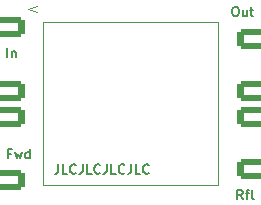
<source format=gto>
G04 #@! TF.GenerationSoftware,KiCad,Pcbnew,8.0.2-8.0.2-0~ubuntu22.04.1*
G04 #@! TF.CreationDate,2024-05-05T21:32:56+03:00*
G04 #@! TF.ProjectId,Directional_Coupler,44697265-6374-4696-9f6e-616c5f436f75,A0*
G04 #@! TF.SameCoordinates,Original*
G04 #@! TF.FileFunction,Legend,Top*
G04 #@! TF.FilePolarity,Positive*
%FSLAX46Y46*%
G04 Gerber Fmt 4.6, Leading zero omitted, Abs format (unit mm)*
G04 Created by KiCad (PCBNEW 8.0.2-8.0.2-0~ubuntu22.04.1) date 2024-05-05 21:32:56*
%MOMM*%
%LPD*%
G01*
G04 APERTURE LIST*
G04 Aperture macros list*
%AMRoundRect*
0 Rectangle with rounded corners*
0 $1 Rounding radius*
0 $2 $3 $4 $5 $6 $7 $8 $9 X,Y pos of 4 corners*
0 Add a 4 corners polygon primitive as box body*
4,1,4,$2,$3,$4,$5,$6,$7,$8,$9,$2,$3,0*
0 Add four circle primitives for the rounded corners*
1,1,$1+$1,$2,$3*
1,1,$1+$1,$4,$5*
1,1,$1+$1,$6,$7*
1,1,$1+$1,$8,$9*
0 Add four rect primitives between the rounded corners*
20,1,$1+$1,$2,$3,$4,$5,0*
20,1,$1+$1,$4,$5,$6,$7,0*
20,1,$1+$1,$6,$7,$8,$9,0*
20,1,$1+$1,$8,$9,$2,$3,0*%
G04 Aperture macros list end*
%ADD10C,0.150000*%
%ADD11C,0.100000*%
%ADD12C,0.120000*%
%ADD13RoundRect,0.274194X-1.725806X-0.575806X1.725806X-0.575806X1.725806X0.575806X-1.725806X0.575806X0*%
%ADD14C,0.450000*%
G04 APERTURE END LIST*
D10*
X108496303Y-57594295D02*
X108229636Y-57213342D01*
X108039160Y-57594295D02*
X108039160Y-56794295D01*
X108039160Y-56794295D02*
X108343922Y-56794295D01*
X108343922Y-56794295D02*
X108420112Y-56832390D01*
X108420112Y-56832390D02*
X108458207Y-56870485D01*
X108458207Y-56870485D02*
X108496303Y-56946676D01*
X108496303Y-56946676D02*
X108496303Y-57060961D01*
X108496303Y-57060961D02*
X108458207Y-57137152D01*
X108458207Y-57137152D02*
X108420112Y-57175247D01*
X108420112Y-57175247D02*
X108343922Y-57213342D01*
X108343922Y-57213342D02*
X108039160Y-57213342D01*
X108724874Y-57060961D02*
X109029636Y-57060961D01*
X108839160Y-57594295D02*
X108839160Y-56908580D01*
X108839160Y-56908580D02*
X108877255Y-56832390D01*
X108877255Y-56832390D02*
X108953445Y-56794295D01*
X108953445Y-56794295D02*
X109029636Y-56794295D01*
X109410588Y-57594295D02*
X109334398Y-57556200D01*
X109334398Y-57556200D02*
X109296303Y-57480009D01*
X109296303Y-57480009D02*
X109296303Y-56794295D01*
X88855826Y-53725247D02*
X88589160Y-53725247D01*
X88589160Y-54144295D02*
X88589160Y-53344295D01*
X88589160Y-53344295D02*
X88970112Y-53344295D01*
X89198683Y-53610961D02*
X89351064Y-54144295D01*
X89351064Y-54144295D02*
X89503445Y-53763342D01*
X89503445Y-53763342D02*
X89655826Y-54144295D01*
X89655826Y-54144295D02*
X89808207Y-53610961D01*
X90455826Y-54144295D02*
X90455826Y-53344295D01*
X90455826Y-54106200D02*
X90379635Y-54144295D01*
X90379635Y-54144295D02*
X90227254Y-54144295D01*
X90227254Y-54144295D02*
X90151064Y-54106200D01*
X90151064Y-54106200D02*
X90112969Y-54068104D01*
X90112969Y-54068104D02*
X90074873Y-53991914D01*
X90074873Y-53991914D02*
X90074873Y-53763342D01*
X90074873Y-53763342D02*
X90112969Y-53687152D01*
X90112969Y-53687152D02*
X90151064Y-53649057D01*
X90151064Y-53649057D02*
X90227254Y-53610961D01*
X90227254Y-53610961D02*
X90379635Y-53610961D01*
X90379635Y-53610961D02*
X90455826Y-53649057D01*
X107791541Y-41294295D02*
X107943922Y-41294295D01*
X107943922Y-41294295D02*
X108020112Y-41332390D01*
X108020112Y-41332390D02*
X108096303Y-41408580D01*
X108096303Y-41408580D02*
X108134398Y-41560961D01*
X108134398Y-41560961D02*
X108134398Y-41827628D01*
X108134398Y-41827628D02*
X108096303Y-41980009D01*
X108096303Y-41980009D02*
X108020112Y-42056200D01*
X108020112Y-42056200D02*
X107943922Y-42094295D01*
X107943922Y-42094295D02*
X107791541Y-42094295D01*
X107791541Y-42094295D02*
X107715350Y-42056200D01*
X107715350Y-42056200D02*
X107639160Y-41980009D01*
X107639160Y-41980009D02*
X107601064Y-41827628D01*
X107601064Y-41827628D02*
X107601064Y-41560961D01*
X107601064Y-41560961D02*
X107639160Y-41408580D01*
X107639160Y-41408580D02*
X107715350Y-41332390D01*
X107715350Y-41332390D02*
X107791541Y-41294295D01*
X108820112Y-41560961D02*
X108820112Y-42094295D01*
X108477255Y-41560961D02*
X108477255Y-41980009D01*
X108477255Y-41980009D02*
X108515350Y-42056200D01*
X108515350Y-42056200D02*
X108591540Y-42094295D01*
X108591540Y-42094295D02*
X108705826Y-42094295D01*
X108705826Y-42094295D02*
X108782017Y-42056200D01*
X108782017Y-42056200D02*
X108820112Y-42018104D01*
X109086779Y-41560961D02*
X109391541Y-41560961D01*
X109201065Y-41294295D02*
X109201065Y-41980009D01*
X109201065Y-41980009D02*
X109239160Y-42056200D01*
X109239160Y-42056200D02*
X109315350Y-42094295D01*
X109315350Y-42094295D02*
X109391541Y-42094295D01*
X88539160Y-45594295D02*
X88539160Y-44794295D01*
X88920112Y-45060961D02*
X88920112Y-45594295D01*
X88920112Y-45137152D02*
X88958207Y-45099057D01*
X88958207Y-45099057D02*
X89034397Y-45060961D01*
X89034397Y-45060961D02*
X89148683Y-45060961D01*
X89148683Y-45060961D02*
X89224874Y-45099057D01*
X89224874Y-45099057D02*
X89262969Y-45175247D01*
X89262969Y-45175247D02*
X89262969Y-45594295D01*
X92867731Y-54644295D02*
X92867731Y-55215723D01*
X92867731Y-55215723D02*
X92829636Y-55330009D01*
X92829636Y-55330009D02*
X92753445Y-55406200D01*
X92753445Y-55406200D02*
X92639160Y-55444295D01*
X92639160Y-55444295D02*
X92562969Y-55444295D01*
X93629636Y-55444295D02*
X93248684Y-55444295D01*
X93248684Y-55444295D02*
X93248684Y-54644295D01*
X94353446Y-55368104D02*
X94315350Y-55406200D01*
X94315350Y-55406200D02*
X94201065Y-55444295D01*
X94201065Y-55444295D02*
X94124874Y-55444295D01*
X94124874Y-55444295D02*
X94010588Y-55406200D01*
X94010588Y-55406200D02*
X93934398Y-55330009D01*
X93934398Y-55330009D02*
X93896303Y-55253819D01*
X93896303Y-55253819D02*
X93858207Y-55101438D01*
X93858207Y-55101438D02*
X93858207Y-54987152D01*
X93858207Y-54987152D02*
X93896303Y-54834771D01*
X93896303Y-54834771D02*
X93934398Y-54758580D01*
X93934398Y-54758580D02*
X94010588Y-54682390D01*
X94010588Y-54682390D02*
X94124874Y-54644295D01*
X94124874Y-54644295D02*
X94201065Y-54644295D01*
X94201065Y-54644295D02*
X94315350Y-54682390D01*
X94315350Y-54682390D02*
X94353446Y-54720485D01*
X94924874Y-54644295D02*
X94924874Y-55215723D01*
X94924874Y-55215723D02*
X94886779Y-55330009D01*
X94886779Y-55330009D02*
X94810588Y-55406200D01*
X94810588Y-55406200D02*
X94696303Y-55444295D01*
X94696303Y-55444295D02*
X94620112Y-55444295D01*
X95686779Y-55444295D02*
X95305827Y-55444295D01*
X95305827Y-55444295D02*
X95305827Y-54644295D01*
X96410589Y-55368104D02*
X96372493Y-55406200D01*
X96372493Y-55406200D02*
X96258208Y-55444295D01*
X96258208Y-55444295D02*
X96182017Y-55444295D01*
X96182017Y-55444295D02*
X96067731Y-55406200D01*
X96067731Y-55406200D02*
X95991541Y-55330009D01*
X95991541Y-55330009D02*
X95953446Y-55253819D01*
X95953446Y-55253819D02*
X95915350Y-55101438D01*
X95915350Y-55101438D02*
X95915350Y-54987152D01*
X95915350Y-54987152D02*
X95953446Y-54834771D01*
X95953446Y-54834771D02*
X95991541Y-54758580D01*
X95991541Y-54758580D02*
X96067731Y-54682390D01*
X96067731Y-54682390D02*
X96182017Y-54644295D01*
X96182017Y-54644295D02*
X96258208Y-54644295D01*
X96258208Y-54644295D02*
X96372493Y-54682390D01*
X96372493Y-54682390D02*
X96410589Y-54720485D01*
X96982017Y-54644295D02*
X96982017Y-55215723D01*
X96982017Y-55215723D02*
X96943922Y-55330009D01*
X96943922Y-55330009D02*
X96867731Y-55406200D01*
X96867731Y-55406200D02*
X96753446Y-55444295D01*
X96753446Y-55444295D02*
X96677255Y-55444295D01*
X97743922Y-55444295D02*
X97362970Y-55444295D01*
X97362970Y-55444295D02*
X97362970Y-54644295D01*
X98467732Y-55368104D02*
X98429636Y-55406200D01*
X98429636Y-55406200D02*
X98315351Y-55444295D01*
X98315351Y-55444295D02*
X98239160Y-55444295D01*
X98239160Y-55444295D02*
X98124874Y-55406200D01*
X98124874Y-55406200D02*
X98048684Y-55330009D01*
X98048684Y-55330009D02*
X98010589Y-55253819D01*
X98010589Y-55253819D02*
X97972493Y-55101438D01*
X97972493Y-55101438D02*
X97972493Y-54987152D01*
X97972493Y-54987152D02*
X98010589Y-54834771D01*
X98010589Y-54834771D02*
X98048684Y-54758580D01*
X98048684Y-54758580D02*
X98124874Y-54682390D01*
X98124874Y-54682390D02*
X98239160Y-54644295D01*
X98239160Y-54644295D02*
X98315351Y-54644295D01*
X98315351Y-54644295D02*
X98429636Y-54682390D01*
X98429636Y-54682390D02*
X98467732Y-54720485D01*
X99039160Y-54644295D02*
X99039160Y-55215723D01*
X99039160Y-55215723D02*
X99001065Y-55330009D01*
X99001065Y-55330009D02*
X98924874Y-55406200D01*
X98924874Y-55406200D02*
X98810589Y-55444295D01*
X98810589Y-55444295D02*
X98734398Y-55444295D01*
X99801065Y-55444295D02*
X99420113Y-55444295D01*
X99420113Y-55444295D02*
X99420113Y-54644295D01*
X100524875Y-55368104D02*
X100486779Y-55406200D01*
X100486779Y-55406200D02*
X100372494Y-55444295D01*
X100372494Y-55444295D02*
X100296303Y-55444295D01*
X100296303Y-55444295D02*
X100182017Y-55406200D01*
X100182017Y-55406200D02*
X100105827Y-55330009D01*
X100105827Y-55330009D02*
X100067732Y-55253819D01*
X100067732Y-55253819D02*
X100029636Y-55101438D01*
X100029636Y-55101438D02*
X100029636Y-54987152D01*
X100029636Y-54987152D02*
X100067732Y-54834771D01*
X100067732Y-54834771D02*
X100105827Y-54758580D01*
X100105827Y-54758580D02*
X100182017Y-54682390D01*
X100182017Y-54682390D02*
X100296303Y-54644295D01*
X100296303Y-54644295D02*
X100372494Y-54644295D01*
X100372494Y-54644295D02*
X100486779Y-54682390D01*
X100486779Y-54682390D02*
X100524875Y-54720485D01*
D11*
X91065789Y-41205752D02*
X90303884Y-41491466D01*
X90303884Y-41491466D02*
X91065789Y-41777180D01*
D12*
X91575000Y-42600000D02*
X106425000Y-42600000D01*
X106425000Y-56400000D01*
X91575000Y-56400000D01*
X91575000Y-42600000D01*
%LPC*%
D11*
X91700000Y-45250000D02*
X106300000Y-45250000D01*
X106300000Y-53750000D01*
X91700000Y-53750000D01*
X91700000Y-45250000D01*
G36*
X91700000Y-45250000D02*
G01*
X106300000Y-45250000D01*
X106300000Y-53750000D01*
X91700000Y-53750000D01*
X91700000Y-45250000D01*
G37*
D13*
X110000000Y-55000000D03*
X88000000Y-43000000D03*
X88000000Y-56000000D03*
D14*
X92500000Y-46450000D03*
X92500000Y-48000000D03*
X92500000Y-49500000D03*
X92500000Y-51050000D03*
X92500000Y-52550000D03*
X93150000Y-45700000D03*
X93150000Y-47200000D03*
X93150000Y-48750000D03*
X93150000Y-50250000D03*
X93150000Y-51800000D03*
X93150000Y-53300000D03*
X93800000Y-46450000D03*
X93800000Y-48000000D03*
X93800000Y-49500000D03*
X93800000Y-51050000D03*
X93800000Y-52550000D03*
X94450000Y-45700000D03*
X94450000Y-47200000D03*
X94450000Y-48750000D03*
X94450000Y-50250000D03*
X94450000Y-51800000D03*
X94450000Y-53300000D03*
X95100000Y-46450000D03*
X95100000Y-48000000D03*
X95100000Y-49500000D03*
X95100000Y-51050000D03*
X95100000Y-52550000D03*
X95700000Y-45700000D03*
X95700000Y-47200000D03*
X95700000Y-48750000D03*
X95700000Y-50250000D03*
X95700000Y-51800000D03*
X95700000Y-53300000D03*
X96350000Y-46450000D03*
X96350000Y-48000000D03*
X96350000Y-49500000D03*
X96350000Y-51050000D03*
X96350000Y-52550000D03*
X97000000Y-45700000D03*
X97000000Y-47200000D03*
X97000000Y-48750000D03*
X97000000Y-50250000D03*
X97000000Y-51800000D03*
X97000000Y-53300000D03*
X97650000Y-46450000D03*
X97650000Y-48000000D03*
X97650000Y-49500000D03*
X97650000Y-51050000D03*
X97650000Y-52550000D03*
X98300000Y-45700000D03*
X98300000Y-47200000D03*
X98300000Y-48750000D03*
X98300000Y-50250000D03*
X98300000Y-51800000D03*
X98300000Y-53300000D03*
X99000000Y-46450000D03*
X99000000Y-48000000D03*
X99000000Y-49500000D03*
X99000000Y-51050000D03*
X99000000Y-52550000D03*
X99650000Y-45700000D03*
X99650000Y-47200000D03*
X99650000Y-48750000D03*
X99650000Y-50250000D03*
X99650000Y-51800000D03*
X99650000Y-53300000D03*
X100300000Y-46450000D03*
X100300000Y-48000000D03*
X100300000Y-49500000D03*
X100300000Y-51050000D03*
X100300000Y-52550000D03*
X100950000Y-45700000D03*
X100950000Y-47200000D03*
X100950000Y-48750000D03*
X100950000Y-50250000D03*
X100950000Y-51800000D03*
X100950000Y-53300000D03*
X101600000Y-46450000D03*
X101600000Y-48000000D03*
X101600000Y-49500000D03*
X101600000Y-51050000D03*
X101600000Y-52550000D03*
X102250000Y-45700000D03*
X102250000Y-47200000D03*
X102250000Y-48750000D03*
X102250000Y-50250000D03*
X102250000Y-51800000D03*
X102250000Y-53300000D03*
X102850000Y-46450000D03*
X102850000Y-48000000D03*
X102850000Y-49500000D03*
X102850000Y-51050000D03*
X102850000Y-52550000D03*
X103500000Y-45700000D03*
X103500000Y-47200000D03*
X103500000Y-48750000D03*
X103500000Y-50250000D03*
X103500000Y-51800000D03*
X103500000Y-53300000D03*
X104150000Y-46450000D03*
X104150000Y-48000000D03*
X104150000Y-49500000D03*
X104150000Y-51050000D03*
X104150000Y-52550000D03*
X104800000Y-45700000D03*
X104800000Y-47200000D03*
X104800000Y-48750000D03*
X104800000Y-50250000D03*
X104800000Y-51800000D03*
X104800000Y-53300000D03*
X105450000Y-46450000D03*
X105450000Y-48000000D03*
X105450000Y-49500000D03*
X105450000Y-51050000D03*
X105450000Y-52550000D03*
D13*
X88000000Y-48400000D03*
X88000000Y-50600000D03*
X110000000Y-48400000D03*
X110000000Y-50600000D03*
X110000000Y-44000000D03*
%LPD*%
M02*

</source>
